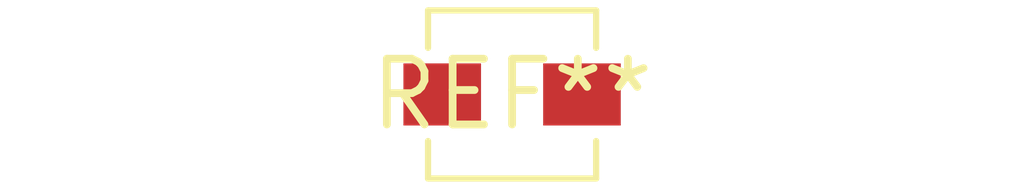
<source format=kicad_pcb>
(kicad_pcb (version 20240108) (generator pcbnew)
  (layers (0 "F.Cu" signal) (31 "B.Cu" signal) (34 "B.Paste" user) (35 "F.Paste" user) (36 "B.SilkS" user "B.Silkscreen") (37 "F.SilkS" user "F.Silkscreen") (38 "B.Mask" user) (39 "F.Mask" user) (44 "Edge.Cuts" user))
  (net 0 "")
  (footprint "L_Vishay_IHLP-1212" (layer "F.Cu") (at 0 0)
    (property "Reference" "REF**")
    (property "Value" "L_Vishay_IHLP-1212")
    (fp_line (start -1.624 -1.624) (end 1.624 -1.624) (layer "F.SilkS") (stroke (width 0.12)))
    (fp_line (start -1.624 -0.9) (end -1.624 -1.624) (layer "F.SilkS") (stroke (width 0.12)))
    (fp_line (start -1.624 0.9) (end -1.624 1.624) (layer "F.SilkS") (stroke (width 0.12)))
    (fp_line (start -1.624 1.624) (end 1.624 1.624) (layer "F.SilkS") (stroke (width 0.12)))
    (fp_line (start 1.624 -1.624) (end 1.624 -0.9) (layer "F.SilkS") (stroke (width 0.12)))
    (fp_line (start 1.624 1.624) (end 1.624 0.9) (layer "F.SilkS") (stroke (width 0.12)))
    (pad "1" smd rect (at -1.35 0) (size 1.5 1.2) (layers "F.Cu" "F.Paste" "F.Mask"))
    (pad "2" smd rect (at 1.35 0) (size 1.5 1.2) (layers "F.Cu" "F.Paste" "F.Mask"))
  )
)
</source>
